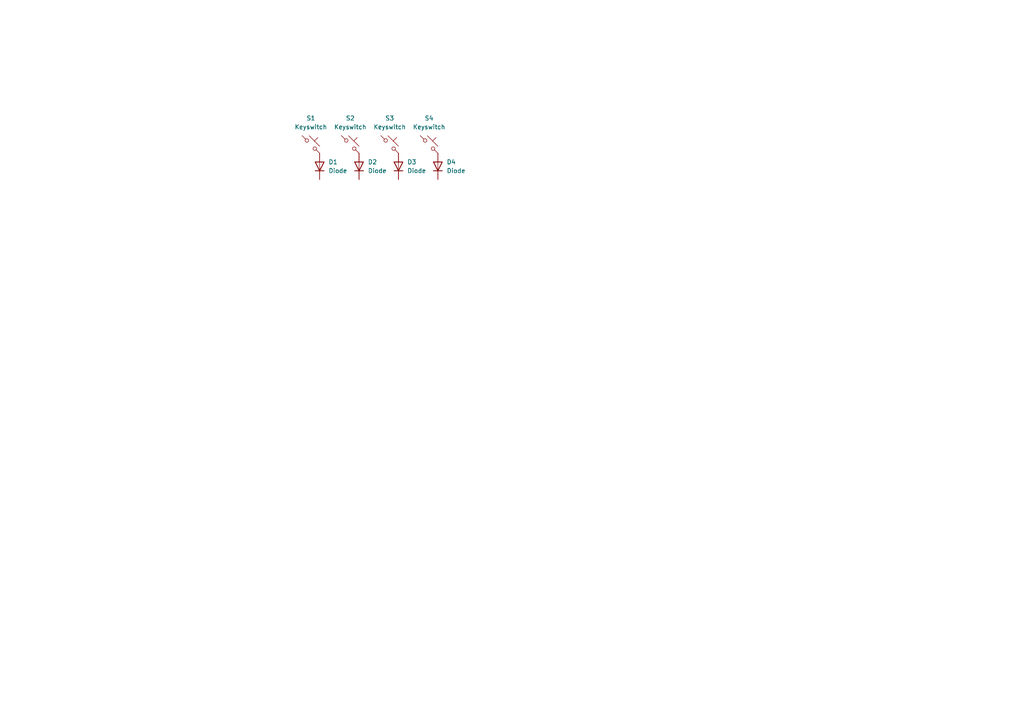
<source format=kicad_sch>
(kicad_sch (version 20250114) (generator "eeschema") (generator_version "9.0")
  (paper "A4")
  (lib_symbols
    (symbol "ScottoKeebs:Placeholder_Diode" (pin_numbers (hide yes)) (pin_names (hide yes))
      (property "Reference" "D" (at 0 2.54 0))
      (property "Value" "Diode" (at 0 -2.54 0))
      (symbol "Placeholder_Diode_0_1"
        (polyline (pts (xy -1.27 1.27) (xy -1.27 -1.27)) (stroke (width 0.254)))
        (polyline (pts (xy 1.27 1.27) (xy 1.27 -1.27) (xy -1.27 0) (xy 1.27 1.27)) (stroke (width 0.254)))
        (polyline (pts (xy 1.27 0) (xy -1.27 0)))
      )
      (symbol "Placeholder_Diode_1_1"
        (pin passive line (at -3.81 0 0) (length 2.54) (name "K") (number "1"))
        (pin passive line (at 3.81 0 180) (length 2.54) (name "A") (number "2"))
      )
    )
    (symbol "ScottoKeebs:Placeholder_Keyswitch" (pin_numbers (hide yes)) (pin_names (offset 1.016) (hide yes))
      (property "Reference" "S" (at 3.048 1.016 0))
      (property "Value" "Keyswitch" (at 0 -3.81 0))
      (symbol "Placeholder_Keyswitch_0_1"
        (polyline (pts (xy -2.54 2.54) (xy -1.524 1.524) (xy -1.524 1.524)))
        (circle (center -1.1684 1.1684) (radius 0.508))
        (polyline (pts (xy -0.508 2.54) (xy 2.54 -0.508)))
        (polyline (pts (xy 1.016 1.016) (xy 2.032 2.032)))
        (circle (center 1.143 -1.1938) (radius 0.508))
        (polyline (pts (xy 1.524 -1.524) (xy 2.54 -2.54) (xy 2.54 -2.54) (xy 2.54 -2.54)))
        (pin passive line (at -2.54 2.54 0) (length 0) (name "1") (number "1"))
        (pin passive line (at 2.54 -2.54 180) (length 0) (name "2") (number "2"))
      )
    )
  )
  (symbol (lib_id "ScottoKeebs:Placeholder_Keyswitch") (at 90.17 41.91 0) (unit 1)
    (property "Reference" "S1" (at 90.17 34.29 0))
    (property "Value" "Keyswitch" (at 90.17 36.83 0))
    (property "Description" "Push button switch, normally open, two pins, 45° tilted" (effects (hide yes)))
  )
  (symbol (lib_id "ScottoKeebs:Placeholder_Keyswitch") (at 101.6 41.91 0) (unit 1)
    (property "Reference" "S2" (at 101.6 34.29 0))
    (property "Value" "Keyswitch" (at 101.6 36.83 0))
    (property "Description" "Push button switch, normally open, two pins, 45° tilted" (effects (hide yes)))
  )
  (symbol (lib_id "ScottoKeebs:Placeholder_Keyswitch") (at 113.03 41.91 0) (unit 1)
    (property "Reference" "S3" (at 113.03 34.29 0))
    (property "Value" "Keyswitch" (at 113.03 36.83 0))
    (property "Description" "Push button switch, normally open, two pins, 45° tilted" (effects (hide yes)))
  )
  (symbol (lib_id "ScottoKeebs:Placeholder_Diode") (at 127 48.26 90) (unit 1)
    (property "Reference" "D4" (at 129.54 46.9899 90) (effects (justify right)))
    (property "Value" "Diode" (at 129.54 49.5299 90) (effects (justify right)))
    (property "Description" "1N4148 (DO-35) or 1N4148W (SOD-123)" (effects (hide yes)))
    (property "Sim.Device" "D" (effects (hide yes)))
    (property "Sim.Pins" "1=K 2=A" (effects (hide yes)))
  )
  (symbol (lib_id "ScottoKeebs:Placeholder_Diode") (at 92.71 48.26 90) (unit 1)
    (property "Reference" "D1" (at 95.25 46.9899 90) (effects (justify right)))
    (property "Value" "Diode" (at 95.25 49.5299 90) (effects (justify right)))
    (property "Description" "1N4148 (DO-35) or 1N4148W (SOD-123)" (effects (hide yes)))
    (property "Sim.Device" "D" (effects (hide yes)))
    (property "Sim.Pins" "1=K 2=A" (effects (hide yes)))
  )
  (symbol (lib_id "ScottoKeebs:Placeholder_Diode") (at 104.14 48.26 90) (unit 1)
    (property "Reference" "D2" (at 106.68 46.9899 90) (effects (justify right)))
    (property "Value" "Diode" (at 106.68 49.5299 90) (effects (justify right)))
    (property "Description" "1N4148 (DO-35) or 1N4148W (SOD-123)" (effects (hide yes)))
    (property "Sim.Device" "D" (effects (hide yes)))
    (property "Sim.Pins" "1=K 2=A" (effects (hide yes)))
  )
  (symbol (lib_id "ScottoKeebs:Placeholder_Keyswitch") (at 124.46 41.91 0) (unit 1)
    (property "Reference" "S4" (at 124.46 34.29 0))
    (property "Value" "Keyswitch" (at 124.46 36.83 0))
    (property "Description" "Push button switch, normally open, two pins, 45° tilted" (effects (hide yes)))
  )
  (symbol (lib_id "ScottoKeebs:Placeholder_Diode") (at 115.57 48.26 90) (unit 1)
    (property "Reference" "D3" (at 118.11 46.9899 90) (effects (justify right)))
    (property "Value" "Diode" (at 118.11 49.5299 90) (effects (justify right)))
    (property "Description" "1N4148 (DO-35) or 1N4148W (SOD-123)" (effects (hide yes)))
    (property "Sim.Device" "D" (effects (hide yes)))
    (property "Sim.Pins" "1=K 2=A" (effects (hide yes)))
  )
)
</source>
